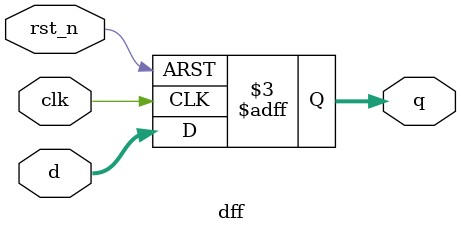
<source format=v>
module dff #(parameter WIDTH = 16)(
input  wire [WIDTH-1: 0] d,
input  wire              clk,
input  wire              rst_n,
output reg  [WIDTH-1: 0]  q
);
always @(posedge clk or negedge rst_n) begin
   if(!rst_n) begin
        q <= 'b0;
   end 
   else begin
        q <= d;
   end
end
endmodule
</source>
